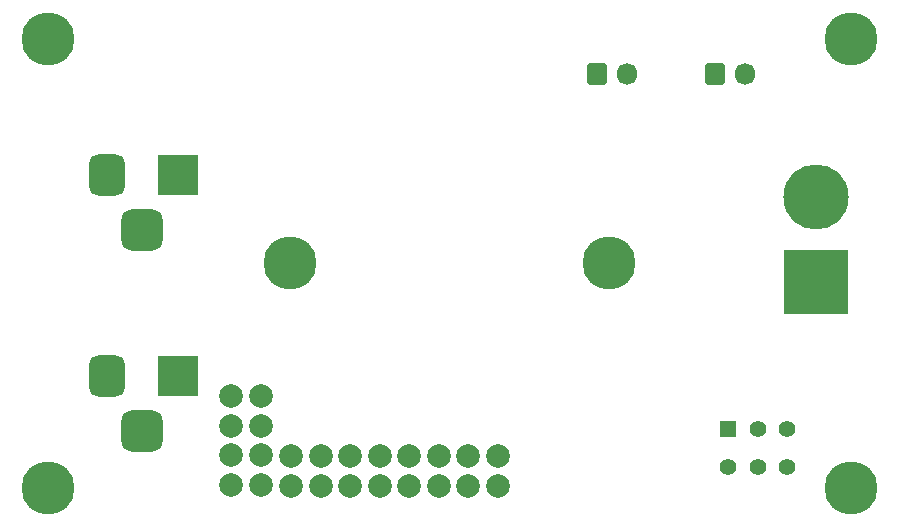
<source format=gbr>
%TF.GenerationSoftware,KiCad,Pcbnew,(6.0.0)*%
%TF.CreationDate,2022-03-05T02:50:21+09:00*%
%TF.ProjectId,latton rt,6c617474-6f6e-4207-9274-2e6b69636164,rev?*%
%TF.SameCoordinates,Original*%
%TF.FileFunction,Soldermask,Bot*%
%TF.FilePolarity,Negative*%
%FSLAX46Y46*%
G04 Gerber Fmt 4.6, Leading zero omitted, Abs format (unit mm)*
G04 Created by KiCad (PCBNEW (6.0.0)) date 2022-03-05 02:50:21*
%MOMM*%
%LPD*%
G01*
G04 APERTURE LIST*
G04 Aperture macros list*
%AMRoundRect*
0 Rectangle with rounded corners*
0 $1 Rounding radius*
0 $2 $3 $4 $5 $6 $7 $8 $9 X,Y pos of 4 corners*
0 Add a 4 corners polygon primitive as box body*
4,1,4,$2,$3,$4,$5,$6,$7,$8,$9,$2,$3,0*
0 Add four circle primitives for the rounded corners*
1,1,$1+$1,$2,$3*
1,1,$1+$1,$4,$5*
1,1,$1+$1,$6,$7*
1,1,$1+$1,$8,$9*
0 Add four rect primitives between the rounded corners*
20,1,$1+$1,$2,$3,$4,$5,0*
20,1,$1+$1,$4,$5,$6,$7,0*
20,1,$1+$1,$6,$7,$8,$9,0*
20,1,$1+$1,$8,$9,$2,$3,0*%
G04 Aperture macros list end*
%ADD10R,3.500000X3.500000*%
%ADD11RoundRect,0.750000X-0.750000X-1.000000X0.750000X-1.000000X0.750000X1.000000X-0.750000X1.000000X0*%
%ADD12RoundRect,0.875000X-0.875000X-0.875000X0.875000X-0.875000X0.875000X0.875000X-0.875000X0.875000X0*%
%ADD13C,2.000000*%
%ADD14C,4.500000*%
%ADD15R,1.400000X1.400000*%
%ADD16C,1.400000*%
%ADD17RoundRect,0.250000X-0.600000X-0.675000X0.600000X-0.675000X0.600000X0.675000X-0.600000X0.675000X0*%
%ADD18O,1.700000X1.850000*%
%ADD19R,5.516000X5.516000*%
%ADD20C,5.516000*%
G04 APERTURE END LIST*
D10*
%TO.C,J1*%
X127000000Y-91500000D03*
D11*
X121000000Y-91500000D03*
D12*
X124000000Y-96200000D03*
%TD*%
D13*
%TO.C,*%
X141600000Y-117800000D03*
%TD*%
D14*
%TO.C,*%
X116000000Y-80000000D03*
%TD*%
D15*
%TO.C,SW1*%
X173592500Y-112975000D03*
D16*
X176092500Y-112975000D03*
X178592500Y-112975000D03*
X173592500Y-116275000D03*
X176092500Y-116275000D03*
X178592500Y-116275000D03*
%TD*%
D14*
%TO.C,*%
X116000000Y-118000000D03*
%TD*%
D13*
%TO.C,*%
X144100000Y-115300000D03*
%TD*%
%TO.C,*%
X139100000Y-117800000D03*
%TD*%
%TO.C,*%
X131500000Y-110250000D03*
%TD*%
%TO.C,*%
X146600000Y-115300000D03*
%TD*%
%TO.C,*%
X144100000Y-117800000D03*
%TD*%
D17*
%TO.C,J3*%
X162500000Y-83000000D03*
D18*
X165000000Y-83000000D03*
%TD*%
D13*
%TO.C,*%
X134000000Y-112750000D03*
%TD*%
%TO.C,*%
X134000000Y-110250000D03*
%TD*%
%TO.C,*%
X141600000Y-115300000D03*
%TD*%
D14*
%TO.C,*%
X184000000Y-80000000D03*
%TD*%
D13*
%TO.C,*%
X154100000Y-115300000D03*
%TD*%
%TO.C,*%
X131500000Y-112750000D03*
%TD*%
%TO.C,*%
X149100000Y-117800000D03*
%TD*%
%TO.C,*%
X139100000Y-115300000D03*
%TD*%
D14*
%TO.C,*%
X184000000Y-118000000D03*
%TD*%
D13*
%TO.C,*%
X151600000Y-115300000D03*
%TD*%
%TO.C,*%
X154100000Y-117800000D03*
%TD*%
%TO.C,*%
X134000000Y-117750000D03*
%TD*%
D10*
%TO.C,J2*%
X127000000Y-108500000D03*
D11*
X121000000Y-108500000D03*
D12*
X124000000Y-113200000D03*
%TD*%
D13*
%TO.C,*%
X136600000Y-115300000D03*
%TD*%
%TO.C,*%
X151600000Y-117800000D03*
%TD*%
D17*
%TO.C,J4*%
X172500000Y-83000000D03*
D18*
X175000000Y-83000000D03*
%TD*%
D13*
%TO.C,*%
X146600000Y-117800000D03*
%TD*%
%TO.C,*%
X136600000Y-117800000D03*
%TD*%
%TO.C,*%
X149100000Y-115300000D03*
%TD*%
%TO.C,*%
X131500000Y-115250000D03*
%TD*%
D14*
%TO.C,Voltmeter*%
X136500000Y-99000000D03*
X163500000Y-99000000D03*
%TD*%
D13*
%TO.C,*%
X134000000Y-115250000D03*
%TD*%
D19*
%TO.C,J5*%
X181000000Y-100600000D03*
D20*
X181000000Y-93400000D03*
%TD*%
D13*
%TO.C,*%
X131500000Y-117750000D03*
%TD*%
M02*

</source>
